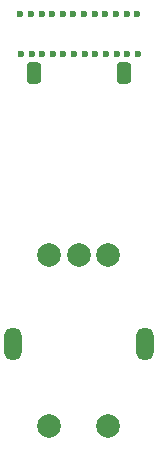
<source format=gbr>
%TF.GenerationSoftware,KiCad,Pcbnew,(6.0.5)*%
%TF.CreationDate,2022-08-05T18:45:46+09:00*%
%TF.ProjectId,ergotonic_f24_exre,6572676f-746f-46e6-9963-5f6632345f65,rev?*%
%TF.SameCoordinates,Original*%
%TF.FileFunction,Soldermask,Bot*%
%TF.FilePolarity,Negative*%
%FSLAX46Y46*%
G04 Gerber Fmt 4.6, Leading zero omitted, Abs format (unit mm)*
G04 Created by KiCad (PCBNEW (6.0.5)) date 2022-08-05 18:45:46*
%MOMM*%
%LPD*%
G01*
G04 APERTURE LIST*
G04 Aperture macros list*
%AMRoundRect*
0 Rectangle with rounded corners*
0 $1 Rounding radius*
0 $2 $3 $4 $5 $6 $7 $8 $9 X,Y pos of 4 corners*
0 Add a 4 corners polygon primitive as box body*
4,1,4,$2,$3,$4,$5,$6,$7,$8,$9,$2,$3,0*
0 Add four circle primitives for the rounded corners*
1,1,$1+$1,$2,$3*
1,1,$1+$1,$4,$5*
1,1,$1+$1,$6,$7*
1,1,$1+$1,$8,$9*
0 Add four rect primitives between the rounded corners*
20,1,$1+$1,$2,$3,$4,$5,0*
20,1,$1+$1,$4,$5,$6,$7,0*
20,1,$1+$1,$6,$7,$8,$9,0*
20,1,$1+$1,$8,$9,$2,$3,0*%
G04 Aperture macros list end*
%ADD10C,0.600000*%
%ADD11C,2.000000*%
%ADD12O,1.500000X2.800000*%
%ADD13RoundRect,0.249600X-0.350400X-0.650400X0.350400X-0.650400X0.350400X0.650400X-0.350400X0.650400X0*%
G04 APERTURE END LIST*
D10*
%TO.C,REF\u002A\u002A*%
X500000Y-71450000D03*
X2300000Y-71450000D03*
X5000000Y-71450000D03*
X-4900000Y-71450000D03*
X4100000Y-71450000D03*
X-3100000Y-71450000D03*
X3200000Y-71450000D03*
X-2200000Y-71450000D03*
X-1300000Y-71450000D03*
X-400000Y-71450000D03*
X1400000Y-71450000D03*
X-4000000Y-71450000D03*
%TD*%
%TO.C,REF\u002A\u002A*%
X450000Y-68100000D03*
X2250000Y-68100000D03*
X4950000Y-68100000D03*
X-4950000Y-68100000D03*
X4050000Y-68100000D03*
X-3150000Y-68100000D03*
X3150000Y-68100000D03*
X-2250000Y-68100000D03*
X-1350000Y-68100000D03*
X-450000Y-68100000D03*
X1350000Y-68100000D03*
X-4050000Y-68100000D03*
%TD*%
D11*
%TO.C,REX1*%
X2500000Y-88500000D03*
X-2500000Y-88500000D03*
X0Y-88500000D03*
D12*
X5600000Y-96000000D03*
X-5600000Y-96000000D03*
D11*
X-2500000Y-103000000D03*
X2500000Y-103000000D03*
%TD*%
D13*
%TO.C,JX1*%
X-3800000Y-73100000D03*
X3800000Y-73100000D03*
%TD*%
M02*

</source>
